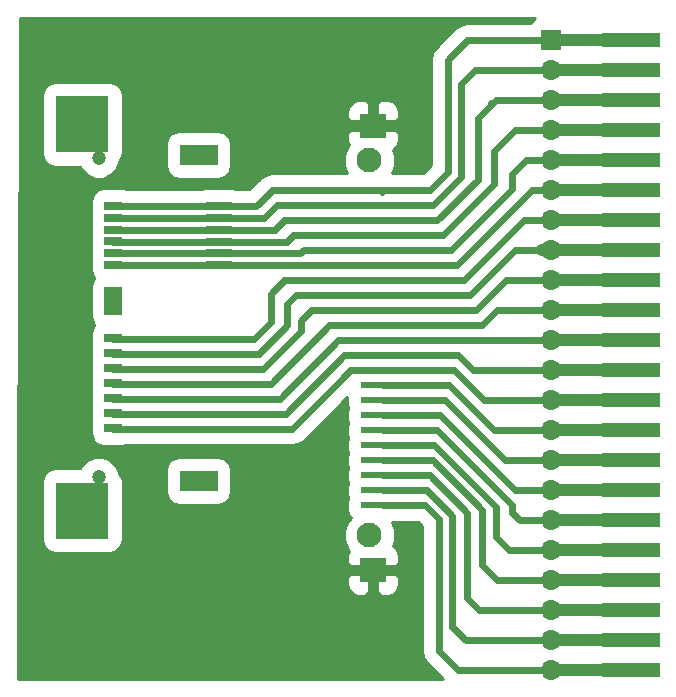
<source format=gbr>
G04 #@! TF.FileFunction,Copper,L1,Top,Signal*
%FSLAX46Y46*%
G04 Gerber Fmt 4.6, Leading zero omitted, Abs format (unit mm)*
G04 Created by KiCad (PCBNEW 4.0.6-e0-6349~53~ubuntu14.04.1) date Fri Oct 20 08:52:49 2017*
%MOMM*%
%LPD*%
G01*
G04 APERTURE LIST*
%ADD10C,0.100000*%
%ADD11R,5.000000X1.200000*%
%ADD12R,1.700000X1.700000*%
%ADD13O,1.700000X1.700000*%
%ADD14R,1.500000X2.400000*%
%ADD15R,1.500000X0.700000*%
%ADD16C,1.200000*%
%ADD17R,4.500000X4.850000*%
%ADD18R,2.300000X0.500000*%
%ADD19R,2.300000X0.700000*%
%ADD20R,3.200000X1.800000*%
%ADD21R,2.200000X2.100000*%
%ADD22C,2.100000*%
%ADD23R,3.800000X0.600000*%
%ADD24C,1.000000*%
%ADD25C,0.600000*%
%ADD26C,0.254000*%
G04 APERTURE END LIST*
D10*
D11*
X209296000Y-140335000D03*
X209296000Y-127635000D03*
X209296000Y-86995000D03*
X209296000Y-89535000D03*
X209296000Y-94615000D03*
X209296000Y-97155000D03*
X209296000Y-99695000D03*
X209296000Y-102235000D03*
X209296000Y-104775000D03*
X209296000Y-107315000D03*
X209296000Y-109855000D03*
X209296000Y-112395000D03*
X209296000Y-117475000D03*
X209296000Y-120015000D03*
X209296000Y-122555000D03*
X209296000Y-125095000D03*
X209296000Y-130175000D03*
X209296000Y-132715000D03*
X209296000Y-135255000D03*
X209296000Y-92075000D03*
X209296000Y-137795000D03*
X209296000Y-114935000D03*
D12*
X202565000Y-86995000D03*
D13*
X202565000Y-89535000D03*
X202565000Y-92075000D03*
X202565000Y-94615000D03*
X202565000Y-97155000D03*
X202565000Y-99695000D03*
X202565000Y-102235000D03*
X202565000Y-104775000D03*
X202565000Y-107315000D03*
X202565000Y-109855000D03*
X202565000Y-112395000D03*
X202565000Y-114935000D03*
X202565000Y-117475000D03*
X202565000Y-120015000D03*
X202565000Y-122555000D03*
X202565000Y-125095000D03*
X202565000Y-127635000D03*
X202565000Y-130175000D03*
X202565000Y-132715000D03*
X202565000Y-135255000D03*
X202565000Y-137795000D03*
X202565000Y-140335000D03*
D14*
X165481000Y-109093000D03*
D15*
X165481000Y-118583000D03*
X165481000Y-117313000D03*
X165481000Y-119853000D03*
X165481000Y-116043000D03*
X165481000Y-114773000D03*
X165481000Y-113503000D03*
X165481000Y-112233000D03*
X165481000Y-106023000D03*
X165481000Y-105023000D03*
X165481000Y-104023000D03*
X165481000Y-103023000D03*
X165481000Y-102023000D03*
X165481000Y-101023000D03*
D16*
X164281000Y-123973000D03*
X164281000Y-96973000D03*
D17*
X162881000Y-126823000D03*
X162881000Y-94123000D03*
D18*
X174420000Y-113520000D03*
X174420000Y-112250000D03*
X174420000Y-114790000D03*
X174420000Y-116060000D03*
X174420000Y-117330000D03*
X174420000Y-118600000D03*
X174420000Y-119870000D03*
D19*
X174420000Y-106040000D03*
X174420000Y-105040000D03*
X174420000Y-104040000D03*
X174420000Y-103040000D03*
X174420000Y-102040000D03*
X174420000Y-101040000D03*
D20*
X172720000Y-124290000D03*
X172720000Y-96690000D03*
D21*
X187491000Y-131840000D03*
D22*
X187191000Y-128890000D03*
D23*
X188341000Y-99695000D03*
X188341000Y-100965000D03*
X188341000Y-102235000D03*
X188341000Y-103505000D03*
X188341000Y-104775000D03*
X188341000Y-106045000D03*
X188341000Y-107315000D03*
X188341000Y-108585000D03*
X188341000Y-109855000D03*
X188341000Y-111125000D03*
X188341000Y-112395000D03*
X188341000Y-113665000D03*
X188341000Y-114935000D03*
X188341000Y-116205000D03*
X188341000Y-117475000D03*
X188341000Y-118745000D03*
X188341000Y-120015000D03*
X188341000Y-121285000D03*
X188341000Y-122555000D03*
X188341000Y-123825000D03*
X188341000Y-125095000D03*
X188341000Y-126365000D03*
D22*
X187191000Y-97170000D03*
D21*
X187491000Y-94220000D03*
D24*
X209296000Y-86995000D02*
X202565000Y-86995000D01*
D25*
X174420000Y-101040000D02*
X165498000Y-101040000D01*
X165498000Y-101040000D02*
X165481000Y-101023000D01*
X202565000Y-86995000D02*
X195453000Y-86995000D01*
X192278000Y-99695000D02*
X193802000Y-98171000D01*
X193802000Y-98171000D02*
X193802000Y-88646000D01*
X193802000Y-88646000D02*
X195453000Y-86995000D01*
X192278000Y-99695000D02*
X188341000Y-99695000D01*
X188341000Y-99695000D02*
X178966000Y-99695000D01*
X177621000Y-101040000D02*
X178943000Y-99718000D01*
X177621000Y-101040000D02*
X174420000Y-101040000D01*
X178966000Y-99695000D02*
X178943000Y-99718000D01*
X188318000Y-99718000D02*
X188341000Y-99695000D01*
X188214000Y-99822000D02*
X188341000Y-99695000D01*
D24*
X209296000Y-89535000D02*
X202565000Y-89535000D01*
D25*
X174420000Y-102040000D02*
X165498000Y-102040000D01*
X165498000Y-102040000D02*
X165481000Y-102023000D01*
X202565000Y-89535000D02*
X196088000Y-89535000D01*
X192532000Y-100965000D02*
X194945000Y-98552000D01*
X194945000Y-98552000D02*
X194945000Y-90678000D01*
X194945000Y-90678000D02*
X196088000Y-89535000D01*
X192532000Y-100965000D02*
X188341000Y-100965000D01*
X188341000Y-100965000D02*
X179324000Y-100965000D01*
X178249000Y-102040000D02*
X179324000Y-100965000D01*
X178249000Y-102040000D02*
X174420000Y-102040000D01*
D24*
X209296000Y-92075000D02*
X202565000Y-92075000D01*
D25*
X174420000Y-103040000D02*
X165498000Y-103040000D01*
X165498000Y-103040000D02*
X165481000Y-103023000D01*
X202565000Y-92075000D02*
X197866000Y-92075000D01*
X197866000Y-92075000D02*
X197612000Y-92329000D01*
X197612000Y-92329000D02*
X197485000Y-92329000D01*
X197485000Y-92329000D02*
X197485000Y-92456000D01*
X188341000Y-102235000D02*
X192913000Y-102235000D01*
X196342000Y-93599000D02*
X197485000Y-92456000D01*
X197485000Y-92456000D02*
X197866000Y-92075000D01*
X196342000Y-98806000D02*
X196342000Y-93599000D01*
X192913000Y-102235000D02*
X196342000Y-98806000D01*
X188341000Y-102235000D02*
X179959000Y-102235000D01*
X179154000Y-103040000D02*
X179959000Y-102235000D01*
X179154000Y-103040000D02*
X174420000Y-103040000D01*
D24*
X209296000Y-94615000D02*
X202565000Y-94615000D01*
D25*
X174420000Y-104040000D02*
X165498000Y-104040000D01*
X165498000Y-104040000D02*
X165481000Y-104023000D01*
X202565000Y-94615000D02*
X199517000Y-94615000D01*
X193421000Y-103505000D02*
X197739000Y-99187000D01*
X197739000Y-99187000D02*
X197739000Y-96393000D01*
X197739000Y-96393000D02*
X199517000Y-94615000D01*
X193421000Y-103505000D02*
X188341000Y-103505000D01*
X188341000Y-103505000D02*
X180721000Y-103505000D01*
X180186000Y-104040000D02*
X180721000Y-103505000D01*
X180186000Y-104040000D02*
X174420000Y-104040000D01*
D24*
X209296000Y-97155000D02*
X202565000Y-97155000D01*
D25*
X174420000Y-105040000D02*
X165498000Y-105040000D01*
X165498000Y-105040000D02*
X165481000Y-105023000D01*
X202565000Y-97155000D02*
X200406000Y-97155000D01*
X194056000Y-104775000D02*
X199263000Y-99568000D01*
X199263000Y-99568000D02*
X199263000Y-98298000D01*
X199263000Y-98298000D02*
X200406000Y-97155000D01*
X194056000Y-104775000D02*
X188341000Y-104775000D01*
X188341000Y-104775000D02*
X181610000Y-104775000D01*
X181345000Y-105040000D02*
X181610000Y-104775000D01*
X181345000Y-105040000D02*
X174420000Y-105040000D01*
D24*
X209296000Y-99695000D02*
X202565000Y-99695000D01*
D25*
X165481000Y-106023000D02*
X174403000Y-106023000D01*
X174403000Y-106023000D02*
X174420000Y-106040000D01*
X188341000Y-106045000D02*
X174425000Y-106045000D01*
X174425000Y-106045000D02*
X174420000Y-106040000D01*
X202565000Y-99695000D02*
X200914000Y-99695000D01*
X194564000Y-106045000D02*
X200914000Y-99695000D01*
X194564000Y-106045000D02*
X188341000Y-106045000D01*
X188336000Y-106040000D02*
X188341000Y-106045000D01*
D24*
X209296000Y-102235000D02*
X202565000Y-102235000D01*
D25*
X174420000Y-112250000D02*
X165498000Y-112250000D01*
X165498000Y-112250000D02*
X165481000Y-112233000D01*
X202565000Y-102235000D02*
X200279000Y-102235000D01*
X195199000Y-107315000D02*
X200279000Y-102235000D01*
X195199000Y-107315000D02*
X188341000Y-107315000D01*
X188341000Y-107315000D02*
X179959000Y-107315000D01*
X177401000Y-112250000D02*
X174420000Y-112250000D01*
X178816000Y-108458000D02*
X179959000Y-107315000D01*
X178816000Y-110835000D02*
X178816000Y-108458000D01*
X177401000Y-112250000D02*
X178816000Y-110835000D01*
D24*
X209296000Y-104775000D02*
X201803000Y-104775000D01*
X201803000Y-104775000D02*
X202565000Y-104775000D01*
D25*
X174420000Y-113520000D02*
X165498000Y-113520000D01*
X165498000Y-113520000D02*
X165481000Y-113503000D01*
X202565000Y-104775000D02*
X199517000Y-104775000D01*
X195707000Y-108585000D02*
X199517000Y-104775000D01*
X195707000Y-108585000D02*
X188341000Y-108585000D01*
X188341000Y-108585000D02*
X180975000Y-108585000D01*
X177818000Y-113520000D02*
X174420000Y-113520000D01*
X180213000Y-111125000D02*
X177818000Y-113520000D01*
X180213000Y-109347000D02*
X180213000Y-111125000D01*
X180975000Y-108585000D02*
X180213000Y-109347000D01*
D24*
X209296000Y-107315000D02*
X202565000Y-107315000D01*
D25*
X174420000Y-114790000D02*
X165498000Y-114790000D01*
X165498000Y-114790000D02*
X165481000Y-114773000D01*
X202565000Y-107315000D02*
X198755000Y-107315000D01*
X196215000Y-109855000D02*
X198755000Y-107315000D01*
X196215000Y-109855000D02*
X188341000Y-109855000D01*
X188341000Y-109855000D02*
X182245000Y-109855000D01*
X181356000Y-111633000D02*
X178199000Y-114790000D01*
X181356000Y-110744000D02*
X181356000Y-111633000D01*
X182245000Y-109855000D02*
X181356000Y-110744000D01*
X178199000Y-114790000D02*
X174420000Y-114790000D01*
D24*
X209296000Y-109855000D02*
X202565000Y-109855000D01*
D25*
X174420000Y-116060000D02*
X165498000Y-116060000D01*
X165498000Y-116060000D02*
X165481000Y-116043000D01*
X202565000Y-109855000D02*
X197993000Y-109855000D01*
X196723000Y-111125000D02*
X197993000Y-109855000D01*
X196723000Y-111125000D02*
X188341000Y-111125000D01*
X188341000Y-111125000D02*
X183769000Y-111125000D01*
X178834000Y-116060000D02*
X174420000Y-116060000D01*
X183769000Y-111125000D02*
X178834000Y-116060000D01*
D24*
X209296000Y-112395000D02*
X202565000Y-112395000D01*
D25*
X174420000Y-117330000D02*
X165498000Y-117330000D01*
X165498000Y-117330000D02*
X165481000Y-117313000D01*
X202565000Y-112395000D02*
X188341000Y-112395000D01*
X188341000Y-112395000D02*
X184531000Y-112395000D01*
X179596000Y-117330000D02*
X174420000Y-117330000D01*
X184531000Y-112395000D02*
X179596000Y-117330000D01*
D24*
X209296000Y-114935000D02*
X202565000Y-114935000D01*
D25*
X174420000Y-118600000D02*
X165498000Y-118600000D01*
X165498000Y-118600000D02*
X165481000Y-118583000D01*
X202565000Y-114935000D02*
X195961000Y-114935000D01*
X194691000Y-113665000D02*
X195961000Y-114935000D01*
X194691000Y-113665000D02*
X188341000Y-113665000D01*
X188341000Y-113665000D02*
X185039000Y-113665000D01*
X180104000Y-118600000D02*
X174420000Y-118600000D01*
X185039000Y-113665000D02*
X180104000Y-118600000D01*
D24*
X209296000Y-117475000D02*
X202565000Y-117475000D01*
D25*
X174420000Y-119870000D02*
X165498000Y-119870000D01*
X165498000Y-119870000D02*
X165481000Y-119853000D01*
X202565000Y-117475000D02*
X196850000Y-117475000D01*
X194310000Y-114935000D02*
X196850000Y-117475000D01*
X194310000Y-114935000D02*
X188341000Y-114935000D01*
X188341000Y-114935000D02*
X185547000Y-114935000D01*
X185547000Y-114935000D02*
X184912000Y-115570000D01*
X180612000Y-119870000D02*
X184912000Y-115570000D01*
X184912000Y-115570000D02*
X185547000Y-114935000D01*
X180612000Y-119870000D02*
X174420000Y-119870000D01*
D24*
X209296000Y-120015000D02*
X202565000Y-120015000D01*
D25*
X202565000Y-120015000D02*
X197739000Y-120015000D01*
X193929000Y-116205000D02*
X197739000Y-120015000D01*
X193929000Y-116205000D02*
X188341000Y-116205000D01*
D24*
X209296000Y-122555000D02*
X202565000Y-122555000D01*
D25*
X202565000Y-122555000D02*
X198628000Y-122555000D01*
X193548000Y-117475000D02*
X198628000Y-122555000D01*
X193548000Y-117475000D02*
X188341000Y-117475000D01*
D24*
X209296000Y-125095000D02*
X202565000Y-125095000D01*
D25*
X202565000Y-125095000D02*
X199517000Y-125095000D01*
X193167000Y-118745000D02*
X199517000Y-125095000D01*
X193167000Y-118745000D02*
X188341000Y-118745000D01*
D24*
X209296000Y-127635000D02*
X202565000Y-127635000D01*
D25*
X202565000Y-127635000D02*
X199898000Y-127635000D01*
X192913000Y-120015000D02*
X199263000Y-126365000D01*
X199263000Y-126365000D02*
X199263000Y-127000000D01*
X199263000Y-127000000D02*
X199898000Y-127635000D01*
X192913000Y-120015000D02*
X188341000Y-120015000D01*
D24*
X209296000Y-130175000D02*
X202565000Y-130175000D01*
D25*
X202565000Y-130175000D02*
X199009000Y-130175000D01*
X192659000Y-121285000D02*
X197866000Y-126492000D01*
X197866000Y-126492000D02*
X197866000Y-129032000D01*
X197866000Y-129032000D02*
X199009000Y-130175000D01*
X192659000Y-121285000D02*
X188341000Y-121285000D01*
D24*
X209296000Y-132715000D02*
X202565000Y-132715000D01*
D25*
X202565000Y-132715000D02*
X197993000Y-132715000D01*
X192532000Y-122555000D02*
X196723000Y-126746000D01*
X196723000Y-126746000D02*
X196723000Y-131445000D01*
X196723000Y-131445000D02*
X197993000Y-132715000D01*
X192532000Y-122555000D02*
X188341000Y-122555000D01*
D24*
X209296000Y-135255000D02*
X202565000Y-135255000D01*
D25*
X202565000Y-135255000D02*
X196469000Y-135255000D01*
X192278000Y-123825000D02*
X195453000Y-127000000D01*
X195453000Y-127000000D02*
X195453000Y-134239000D01*
X195453000Y-134239000D02*
X196469000Y-135255000D01*
X192278000Y-123825000D02*
X188341000Y-123825000D01*
D24*
X209296000Y-137795000D02*
X202565000Y-137795000D01*
D25*
X202565000Y-137795000D02*
X195326000Y-137795000D01*
X192024000Y-125095000D02*
X194183000Y-127254000D01*
X194183000Y-127254000D02*
X194183000Y-136652000D01*
X194183000Y-136652000D02*
X195326000Y-137795000D01*
X192024000Y-125095000D02*
X188341000Y-125095000D01*
D24*
X209296000Y-140335000D02*
X202565000Y-140335000D01*
D25*
X202565000Y-140335000D02*
X194691000Y-140335000D01*
X191897000Y-126365000D02*
X193040000Y-127508000D01*
X193040000Y-127508000D02*
X193040000Y-138684000D01*
X193040000Y-138684000D02*
X194691000Y-140335000D01*
X191897000Y-126365000D02*
X188341000Y-126365000D01*
D26*
G36*
X200913781Y-85321331D02*
X200745239Y-85568000D01*
X195453000Y-85568000D01*
X194906911Y-85676624D01*
X194443959Y-85985958D01*
X192792959Y-87636959D01*
X192483624Y-88099911D01*
X192375000Y-88646000D01*
X192375000Y-97579917D01*
X191686918Y-98268000D01*
X190350029Y-98268000D01*
X190241000Y-98245921D01*
X189101460Y-98245921D01*
X189367621Y-97604932D01*
X189368377Y-96738868D01*
X189166919Y-96251303D01*
X189229394Y-96225425D01*
X189546424Y-95908394D01*
X189718000Y-95494174D01*
X189718000Y-94874750D01*
X189436250Y-94593000D01*
X187864000Y-94593000D01*
X187864000Y-94613000D01*
X187118000Y-94613000D01*
X187118000Y-94593000D01*
X185545750Y-94593000D01*
X185264000Y-94874750D01*
X185264000Y-95494174D01*
X185417380Y-95864466D01*
X185346505Y-95935218D01*
X185014379Y-96735068D01*
X185013623Y-97601132D01*
X185289167Y-98268000D01*
X178966000Y-98268000D01*
X178419911Y-98376624D01*
X177956959Y-98685959D01*
X177933961Y-98708957D01*
X177933958Y-98708959D01*
X177029918Y-99613000D01*
X175925937Y-99613000D01*
X175570000Y-99540921D01*
X173270000Y-99540921D01*
X172886935Y-99613000D01*
X166670886Y-99613000D01*
X166231000Y-99523921D01*
X164731000Y-99523921D01*
X164313359Y-99602506D01*
X163929781Y-99849331D01*
X163672452Y-100225944D01*
X163581921Y-100673000D01*
X163581921Y-101373000D01*
X163611182Y-101528506D01*
X163581921Y-101673000D01*
X163581921Y-102373000D01*
X163611182Y-102528506D01*
X163581921Y-102673000D01*
X163581921Y-103373000D01*
X163611182Y-103528506D01*
X163581921Y-103673000D01*
X163581921Y-104373000D01*
X163611182Y-104528506D01*
X163581921Y-104673000D01*
X163581921Y-105373000D01*
X163611182Y-105528506D01*
X163581921Y-105673000D01*
X163581921Y-106373000D01*
X163660506Y-106790641D01*
X163883461Y-107137123D01*
X163672452Y-107445944D01*
X163581921Y-107893000D01*
X163581921Y-110293000D01*
X163660506Y-110710641D01*
X163906658Y-111093173D01*
X163672452Y-111435944D01*
X163581921Y-111883000D01*
X163581921Y-112583000D01*
X163637516Y-112878462D01*
X163581921Y-113153000D01*
X163581921Y-113853000D01*
X163637516Y-114148462D01*
X163581921Y-114423000D01*
X163581921Y-115123000D01*
X163637516Y-115418462D01*
X163581921Y-115693000D01*
X163581921Y-116393000D01*
X163637516Y-116688462D01*
X163581921Y-116963000D01*
X163581921Y-117663000D01*
X163637516Y-117958462D01*
X163581921Y-118233000D01*
X163581921Y-118933000D01*
X163637516Y-119228462D01*
X163581921Y-119503000D01*
X163581921Y-120203000D01*
X163660506Y-120620641D01*
X163907331Y-121004219D01*
X164283944Y-121261548D01*
X164731000Y-121352079D01*
X166231000Y-121352079D01*
X166523718Y-121297000D01*
X180612000Y-121297000D01*
X181158089Y-121188376D01*
X181621041Y-120879041D01*
X185291921Y-117208162D01*
X185291921Y-117775000D01*
X185357270Y-118122297D01*
X185291921Y-118445000D01*
X185291921Y-119045000D01*
X185357270Y-119392297D01*
X185291921Y-119715000D01*
X185291921Y-120315000D01*
X185357270Y-120662297D01*
X185291921Y-120985000D01*
X185291921Y-121585000D01*
X185357270Y-121932297D01*
X185291921Y-122255000D01*
X185291921Y-122855000D01*
X185357270Y-123202297D01*
X185291921Y-123525000D01*
X185291921Y-124125000D01*
X185357270Y-124472297D01*
X185291921Y-124795000D01*
X185291921Y-125395000D01*
X185357270Y-125742297D01*
X185291921Y-126065000D01*
X185291921Y-126665000D01*
X185370506Y-127082641D01*
X185585456Y-127416684D01*
X185346505Y-127655218D01*
X185014379Y-128455068D01*
X185013623Y-129321132D01*
X185344353Y-130121560D01*
X185417620Y-130194955D01*
X185264000Y-130565826D01*
X185264000Y-131185250D01*
X185545750Y-131467000D01*
X187118000Y-131467000D01*
X187118000Y-131447000D01*
X187864000Y-131447000D01*
X187864000Y-131467000D01*
X189436250Y-131467000D01*
X189718000Y-131185250D01*
X189718000Y-130565826D01*
X189546424Y-130151606D01*
X189229394Y-129834575D01*
X189166770Y-129808635D01*
X189367621Y-129324932D01*
X189368377Y-128458868D01*
X189101956Y-127814079D01*
X190241000Y-127814079D01*
X190358339Y-127792000D01*
X191305918Y-127792000D01*
X191613000Y-128099082D01*
X191613000Y-138684000D01*
X191712563Y-139184537D01*
X191721624Y-139230089D01*
X192030959Y-139693041D01*
X193400917Y-141063000D01*
X157397521Y-141063000D01*
X157432592Y-132494750D01*
X185264000Y-132494750D01*
X185264000Y-133114174D01*
X185435576Y-133528394D01*
X185752606Y-133845425D01*
X186166826Y-134017000D01*
X186836250Y-134017000D01*
X187118000Y-133735250D01*
X187118000Y-132213000D01*
X187864000Y-132213000D01*
X187864000Y-133735250D01*
X188145750Y-134017000D01*
X188815174Y-134017000D01*
X189229394Y-133845425D01*
X189546424Y-133528394D01*
X189718000Y-133114174D01*
X189718000Y-132494750D01*
X189436250Y-132213000D01*
X187864000Y-132213000D01*
X187118000Y-132213000D01*
X185545750Y-132213000D01*
X185264000Y-132494750D01*
X157432592Y-132494750D01*
X157465735Y-124398000D01*
X159481921Y-124398000D01*
X159481921Y-129248000D01*
X159560506Y-129665641D01*
X159807331Y-130049219D01*
X160183944Y-130306548D01*
X160631000Y-130397079D01*
X165131000Y-130397079D01*
X165548641Y-130318494D01*
X165932219Y-130071669D01*
X166189548Y-129695056D01*
X166280079Y-129248000D01*
X166280079Y-124398000D01*
X166201494Y-123980359D01*
X166008256Y-123680058D01*
X166008299Y-123630986D01*
X165908726Y-123390000D01*
X169970921Y-123390000D01*
X169970921Y-125190000D01*
X170049506Y-125607641D01*
X170296331Y-125991219D01*
X170672944Y-126248548D01*
X171120000Y-126339079D01*
X174320000Y-126339079D01*
X174737641Y-126260494D01*
X175121219Y-126013669D01*
X175378548Y-125637056D01*
X175469079Y-125190000D01*
X175469079Y-123390000D01*
X175390494Y-122972359D01*
X175143669Y-122588781D01*
X174767056Y-122331452D01*
X174320000Y-122240921D01*
X171120000Y-122240921D01*
X170702359Y-122319506D01*
X170318781Y-122566331D01*
X170061452Y-122942944D01*
X169970921Y-123390000D01*
X165908726Y-123390000D01*
X165745933Y-122996011D01*
X165260544Y-122509774D01*
X164626029Y-122246300D01*
X163938986Y-122245701D01*
X163304011Y-122508067D01*
X162817774Y-122993456D01*
X162711696Y-123248921D01*
X160631000Y-123248921D01*
X160213359Y-123327506D01*
X159829781Y-123574331D01*
X159572452Y-123950944D01*
X159481921Y-124398000D01*
X157465735Y-124398000D01*
X157599584Y-91698000D01*
X159481921Y-91698000D01*
X159481921Y-96548000D01*
X159560506Y-96965641D01*
X159807331Y-97349219D01*
X160183944Y-97606548D01*
X160631000Y-97697079D01*
X162711567Y-97697079D01*
X162816067Y-97949989D01*
X163301456Y-98436226D01*
X163935971Y-98699700D01*
X164623014Y-98700299D01*
X165257989Y-98437933D01*
X165744226Y-97952544D01*
X166007700Y-97318029D01*
X166007750Y-97261126D01*
X166189548Y-96995056D01*
X166280079Y-96548000D01*
X166280079Y-95790000D01*
X169970921Y-95790000D01*
X169970921Y-97590000D01*
X170049506Y-98007641D01*
X170296331Y-98391219D01*
X170672944Y-98648548D01*
X171120000Y-98739079D01*
X174320000Y-98739079D01*
X174737641Y-98660494D01*
X175121219Y-98413669D01*
X175378548Y-98037056D01*
X175469079Y-97590000D01*
X175469079Y-95790000D01*
X175390494Y-95372359D01*
X175143669Y-94988781D01*
X174767056Y-94731452D01*
X174320000Y-94640921D01*
X171120000Y-94640921D01*
X170702359Y-94719506D01*
X170318781Y-94966331D01*
X170061452Y-95342944D01*
X169970921Y-95790000D01*
X166280079Y-95790000D01*
X166280079Y-92945826D01*
X185264000Y-92945826D01*
X185264000Y-93565250D01*
X185545750Y-93847000D01*
X187118000Y-93847000D01*
X187118000Y-92324750D01*
X187864000Y-92324750D01*
X187864000Y-93847000D01*
X189436250Y-93847000D01*
X189718000Y-93565250D01*
X189718000Y-92945826D01*
X189546424Y-92531606D01*
X189229394Y-92214575D01*
X188815174Y-92043000D01*
X188145750Y-92043000D01*
X187864000Y-92324750D01*
X187118000Y-92324750D01*
X186836250Y-92043000D01*
X186166826Y-92043000D01*
X185752606Y-92214575D01*
X185435576Y-92531606D01*
X185264000Y-92945826D01*
X166280079Y-92945826D01*
X166280079Y-91698000D01*
X166201494Y-91280359D01*
X165954669Y-90896781D01*
X165578056Y-90639452D01*
X165131000Y-90548921D01*
X160631000Y-90548921D01*
X160213359Y-90627506D01*
X159829781Y-90874331D01*
X159572452Y-91250944D01*
X159481921Y-91698000D01*
X157599584Y-91698000D01*
X157626481Y-85127000D01*
X201215781Y-85127000D01*
X200913781Y-85321331D01*
X200913781Y-85321331D01*
G37*
X200913781Y-85321331D02*
X200745239Y-85568000D01*
X195453000Y-85568000D01*
X194906911Y-85676624D01*
X194443959Y-85985958D01*
X192792959Y-87636959D01*
X192483624Y-88099911D01*
X192375000Y-88646000D01*
X192375000Y-97579917D01*
X191686918Y-98268000D01*
X190350029Y-98268000D01*
X190241000Y-98245921D01*
X189101460Y-98245921D01*
X189367621Y-97604932D01*
X189368377Y-96738868D01*
X189166919Y-96251303D01*
X189229394Y-96225425D01*
X189546424Y-95908394D01*
X189718000Y-95494174D01*
X189718000Y-94874750D01*
X189436250Y-94593000D01*
X187864000Y-94593000D01*
X187864000Y-94613000D01*
X187118000Y-94613000D01*
X187118000Y-94593000D01*
X185545750Y-94593000D01*
X185264000Y-94874750D01*
X185264000Y-95494174D01*
X185417380Y-95864466D01*
X185346505Y-95935218D01*
X185014379Y-96735068D01*
X185013623Y-97601132D01*
X185289167Y-98268000D01*
X178966000Y-98268000D01*
X178419911Y-98376624D01*
X177956959Y-98685959D01*
X177933961Y-98708957D01*
X177933958Y-98708959D01*
X177029918Y-99613000D01*
X175925937Y-99613000D01*
X175570000Y-99540921D01*
X173270000Y-99540921D01*
X172886935Y-99613000D01*
X166670886Y-99613000D01*
X166231000Y-99523921D01*
X164731000Y-99523921D01*
X164313359Y-99602506D01*
X163929781Y-99849331D01*
X163672452Y-100225944D01*
X163581921Y-100673000D01*
X163581921Y-101373000D01*
X163611182Y-101528506D01*
X163581921Y-101673000D01*
X163581921Y-102373000D01*
X163611182Y-102528506D01*
X163581921Y-102673000D01*
X163581921Y-103373000D01*
X163611182Y-103528506D01*
X163581921Y-103673000D01*
X163581921Y-104373000D01*
X163611182Y-104528506D01*
X163581921Y-104673000D01*
X163581921Y-105373000D01*
X163611182Y-105528506D01*
X163581921Y-105673000D01*
X163581921Y-106373000D01*
X163660506Y-106790641D01*
X163883461Y-107137123D01*
X163672452Y-107445944D01*
X163581921Y-107893000D01*
X163581921Y-110293000D01*
X163660506Y-110710641D01*
X163906658Y-111093173D01*
X163672452Y-111435944D01*
X163581921Y-111883000D01*
X163581921Y-112583000D01*
X163637516Y-112878462D01*
X163581921Y-113153000D01*
X163581921Y-113853000D01*
X163637516Y-114148462D01*
X163581921Y-114423000D01*
X163581921Y-115123000D01*
X163637516Y-115418462D01*
X163581921Y-115693000D01*
X163581921Y-116393000D01*
X163637516Y-116688462D01*
X163581921Y-116963000D01*
X163581921Y-117663000D01*
X163637516Y-117958462D01*
X163581921Y-118233000D01*
X163581921Y-118933000D01*
X163637516Y-119228462D01*
X163581921Y-119503000D01*
X163581921Y-120203000D01*
X163660506Y-120620641D01*
X163907331Y-121004219D01*
X164283944Y-121261548D01*
X164731000Y-121352079D01*
X166231000Y-121352079D01*
X166523718Y-121297000D01*
X180612000Y-121297000D01*
X181158089Y-121188376D01*
X181621041Y-120879041D01*
X185291921Y-117208162D01*
X185291921Y-117775000D01*
X185357270Y-118122297D01*
X185291921Y-118445000D01*
X185291921Y-119045000D01*
X185357270Y-119392297D01*
X185291921Y-119715000D01*
X185291921Y-120315000D01*
X185357270Y-120662297D01*
X185291921Y-120985000D01*
X185291921Y-121585000D01*
X185357270Y-121932297D01*
X185291921Y-122255000D01*
X185291921Y-122855000D01*
X185357270Y-123202297D01*
X185291921Y-123525000D01*
X185291921Y-124125000D01*
X185357270Y-124472297D01*
X185291921Y-124795000D01*
X185291921Y-125395000D01*
X185357270Y-125742297D01*
X185291921Y-126065000D01*
X185291921Y-126665000D01*
X185370506Y-127082641D01*
X185585456Y-127416684D01*
X185346505Y-127655218D01*
X185014379Y-128455068D01*
X185013623Y-129321132D01*
X185344353Y-130121560D01*
X185417620Y-130194955D01*
X185264000Y-130565826D01*
X185264000Y-131185250D01*
X185545750Y-131467000D01*
X187118000Y-131467000D01*
X187118000Y-131447000D01*
X187864000Y-131447000D01*
X187864000Y-131467000D01*
X189436250Y-131467000D01*
X189718000Y-131185250D01*
X189718000Y-130565826D01*
X189546424Y-130151606D01*
X189229394Y-129834575D01*
X189166770Y-129808635D01*
X189367621Y-129324932D01*
X189368377Y-128458868D01*
X189101956Y-127814079D01*
X190241000Y-127814079D01*
X190358339Y-127792000D01*
X191305918Y-127792000D01*
X191613000Y-128099082D01*
X191613000Y-138684000D01*
X191712563Y-139184537D01*
X191721624Y-139230089D01*
X192030959Y-139693041D01*
X193400917Y-141063000D01*
X157397521Y-141063000D01*
X157432592Y-132494750D01*
X185264000Y-132494750D01*
X185264000Y-133114174D01*
X185435576Y-133528394D01*
X185752606Y-133845425D01*
X186166826Y-134017000D01*
X186836250Y-134017000D01*
X187118000Y-133735250D01*
X187118000Y-132213000D01*
X187864000Y-132213000D01*
X187864000Y-133735250D01*
X188145750Y-134017000D01*
X188815174Y-134017000D01*
X189229394Y-133845425D01*
X189546424Y-133528394D01*
X189718000Y-133114174D01*
X189718000Y-132494750D01*
X189436250Y-132213000D01*
X187864000Y-132213000D01*
X187118000Y-132213000D01*
X185545750Y-132213000D01*
X185264000Y-132494750D01*
X157432592Y-132494750D01*
X157465735Y-124398000D01*
X159481921Y-124398000D01*
X159481921Y-129248000D01*
X159560506Y-129665641D01*
X159807331Y-130049219D01*
X160183944Y-130306548D01*
X160631000Y-130397079D01*
X165131000Y-130397079D01*
X165548641Y-130318494D01*
X165932219Y-130071669D01*
X166189548Y-129695056D01*
X166280079Y-129248000D01*
X166280079Y-124398000D01*
X166201494Y-123980359D01*
X166008256Y-123680058D01*
X166008299Y-123630986D01*
X165908726Y-123390000D01*
X169970921Y-123390000D01*
X169970921Y-125190000D01*
X170049506Y-125607641D01*
X170296331Y-125991219D01*
X170672944Y-126248548D01*
X171120000Y-126339079D01*
X174320000Y-126339079D01*
X174737641Y-126260494D01*
X175121219Y-126013669D01*
X175378548Y-125637056D01*
X175469079Y-125190000D01*
X175469079Y-123390000D01*
X175390494Y-122972359D01*
X175143669Y-122588781D01*
X174767056Y-122331452D01*
X174320000Y-122240921D01*
X171120000Y-122240921D01*
X170702359Y-122319506D01*
X170318781Y-122566331D01*
X170061452Y-122942944D01*
X169970921Y-123390000D01*
X165908726Y-123390000D01*
X165745933Y-122996011D01*
X165260544Y-122509774D01*
X164626029Y-122246300D01*
X163938986Y-122245701D01*
X163304011Y-122508067D01*
X162817774Y-122993456D01*
X162711696Y-123248921D01*
X160631000Y-123248921D01*
X160213359Y-123327506D01*
X159829781Y-123574331D01*
X159572452Y-123950944D01*
X159481921Y-124398000D01*
X157465735Y-124398000D01*
X157599584Y-91698000D01*
X159481921Y-91698000D01*
X159481921Y-96548000D01*
X159560506Y-96965641D01*
X159807331Y-97349219D01*
X160183944Y-97606548D01*
X160631000Y-97697079D01*
X162711567Y-97697079D01*
X162816067Y-97949989D01*
X163301456Y-98436226D01*
X163935971Y-98699700D01*
X164623014Y-98700299D01*
X165257989Y-98437933D01*
X165744226Y-97952544D01*
X166007700Y-97318029D01*
X166007750Y-97261126D01*
X166189548Y-96995056D01*
X166280079Y-96548000D01*
X166280079Y-95790000D01*
X169970921Y-95790000D01*
X169970921Y-97590000D01*
X170049506Y-98007641D01*
X170296331Y-98391219D01*
X170672944Y-98648548D01*
X171120000Y-98739079D01*
X174320000Y-98739079D01*
X174737641Y-98660494D01*
X175121219Y-98413669D01*
X175378548Y-98037056D01*
X175469079Y-97590000D01*
X175469079Y-95790000D01*
X175390494Y-95372359D01*
X175143669Y-94988781D01*
X174767056Y-94731452D01*
X174320000Y-94640921D01*
X171120000Y-94640921D01*
X170702359Y-94719506D01*
X170318781Y-94966331D01*
X170061452Y-95342944D01*
X169970921Y-95790000D01*
X166280079Y-95790000D01*
X166280079Y-92945826D01*
X185264000Y-92945826D01*
X185264000Y-93565250D01*
X185545750Y-93847000D01*
X187118000Y-93847000D01*
X187118000Y-92324750D01*
X187864000Y-92324750D01*
X187864000Y-93847000D01*
X189436250Y-93847000D01*
X189718000Y-93565250D01*
X189718000Y-92945826D01*
X189546424Y-92531606D01*
X189229394Y-92214575D01*
X188815174Y-92043000D01*
X188145750Y-92043000D01*
X187864000Y-92324750D01*
X187118000Y-92324750D01*
X186836250Y-92043000D01*
X186166826Y-92043000D01*
X185752606Y-92214575D01*
X185435576Y-92531606D01*
X185264000Y-92945826D01*
X166280079Y-92945826D01*
X166280079Y-91698000D01*
X166201494Y-91280359D01*
X165954669Y-90896781D01*
X165578056Y-90639452D01*
X165131000Y-90548921D01*
X160631000Y-90548921D01*
X160213359Y-90627506D01*
X159829781Y-90874331D01*
X159572452Y-91250944D01*
X159481921Y-91698000D01*
X157599584Y-91698000D01*
X157626481Y-85127000D01*
X201215781Y-85127000D01*
X200913781Y-85321331D01*
M02*

</source>
